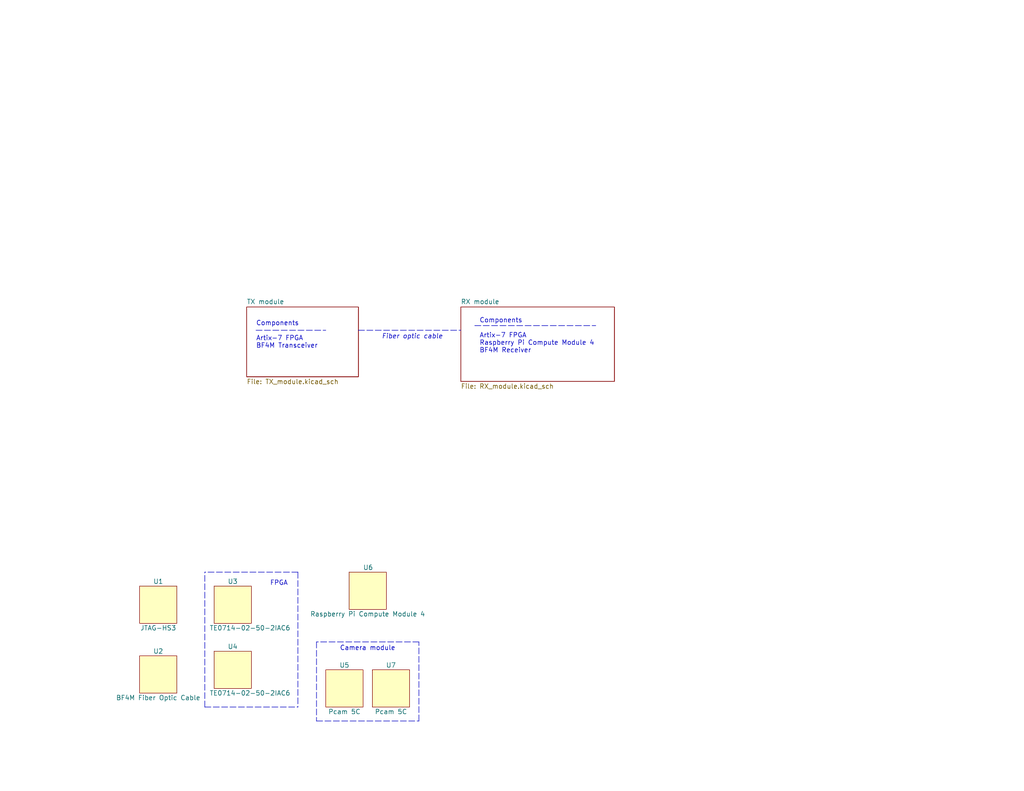
<source format=kicad_sch>
(kicad_sch (version 20211123) (generator eeschema)
  (paper "USLetter")
  (title_block (date "2021-05-13") (rev "1.0"))
  (lib_symbols
    (symbol "ProjectLib:module" (pin_names (offset 1.016))
      (property "Reference" "U" (at -3.81 6.35 0))
      (property "Value" "module" (at 0 -6.35 0))
      (symbol "module_0_1"
        (rectangle (start -5.08 5.08) (end 5.08 -5.08) (fill (type background)))
      )
    )
  )
  (polyline (pts (xy 86.36 196.85) (xy 114.3 196.85)))
  (polyline (pts (xy 129.54 88.9) (xy 162.56 88.9)))
  (polyline (pts (xy 81.28 156.21) (xy 55.88 156.21)))
  (polyline (pts (xy 69.85 90.17) (xy 88.9 90.17)))
  (polyline (pts (xy 81.28 156.21) (xy 81.28 193.04)))
  (polyline (pts (xy 55.88 193.04) (xy 81.28 193.04)))
  (polyline (pts (xy 86.36 175.26) (xy 86.36 196.85)))
  (polyline (pts (xy 114.3 175.26) (xy 86.36 175.26)))
  (polyline (pts (xy 114.3 196.85) (xy 114.3 175.26)))
  (polyline (pts (xy 55.88 193.04) (xy 55.88 156.21)))
  (polyline (pts (xy 97.79 90.17) (xy 125.73 90.17)))
  (text "Fiber optic cable" (at 104.14 92.71 0) (effects (font (size 1.27 1.27) italic) (justify left bottom)))
  (text "Camera module" (at 92.71 177.8 0) (effects (font (size 1.27 1.27)) (justify left bottom)))
  (text "FPGA" (at 73.66 160.02 0) (effects (font (size 1.27 1.27)) (justify left bottom)))
  (text "Components\n\nArtix-7 FPGA\nRaspberry Pi Compute Module 4\nBF4M Receiver" (at 130.81 96.52 0) (effects (font (size 1.27 1.27)) (justify left bottom)))
  (text "Components\n\nArtix-7 FPGA\nBF4M Transceiver" (at 69.85 95.25 0) (effects (font (size 1.27 1.27)) (justify left bottom)))
  (symbol (lib_id "ProjectLib:module") (at 43.18 165.1 0) (unit 1)
    (property "Reference" "U1" (at 43.18 158.75 0))
    (property "Value" "JTAG-HS3" (at 43.18 171.45 0))
    (property "Footprint" "ProjectLib:NoFootprint" (effects hide))
    (property "Vendor" "Digikey" (effects hide))
    (property "Vendor Part Number" "1286-1047-ND" (effects hide))
    (property "URL" "https://www.digikey.com/en/products/detail/digilent-inc/410-299/5015666" (effects hide))
    (property "Price" "$59.0" (effects hide))
  )
  (symbol (lib_id "ProjectLib:module") (at 100.33 161.29 0) (unit 1)
    (property "Reference" "U6" (at 99.06 154.94 0) (effects (justify left)))
    (property "Value" "Raspberry Pi Compute Module 4" (at 100.33 167.64 0))
    (property "Footprint" "ProjectLib:NoFootprint" (effects hide))
    (property "Datasheet" "https://datasheets.raspberrypi.org/cm4/cm4-datasheet.pdf" (effects hide))
    (property "Description" "8GB RAM 16GB EMMC" (effects hide))
    (property "Vendor" "Digikey" (effects hide))
    (property "Vendor Part Number" "2648-SC0297-ND" (effects hide))
    (property "URL" "https://www.digikey.com/en/products/detail/raspberry-pi/SC0297/13530943" (effects hide))
    (property "Price" "$80" (effects hide))
  )
  (symbol (lib_id "ProjectLib:module") (at 93.98 187.96 0) (unit 1)
    (property "Reference" "U5" (at 93.98 181.61 0))
    (property "Value" "Pcam 5C" (at 93.98 194.31 0))
    (property "Footprint" "ProjectLib:NoFootprint" (effects hide))
    (property "Vendor" "Digikey" (effects hide))
    (property "Vendor Part Number" "1286-1191-ND" (effects hide))
    (property "URL" "https://www.digikey.com/en/products/detail/digilent-inc./410-358/8111762" (effects hide))
    (property "Price" "$44.99" (effects hide))
  )
  (symbol (lib_id "ProjectLib:module") (at 63.5 182.88 0) (unit 1)
    (property "Reference" "U4" (at 63.5 176.53 0))
    (property "Value" "TE0714-02-50-2IAC6 " (at 57.15 189.23 0) (effects (justify left)))
    (property "Footprint" "ProjectLib:NoFootprint" (effects hide))
    (property "Description" "Artix-7 FPGA module" (effects hide))
    (property "Vendor" "Trenz electronic" (effects hide))
    (property "Price" "$100" (effects hide))
    (property "URL" "https://shop.trenz-electronic.de/en/TE0714-02-50-2IAC6-FPGA-Module-with-Xilinx-Artix-7-XC7A50T-2CSG325I-1.8V-Configuration-4-x-3-cm" (effects hide))
    (property "Vendor Part Number" " TE0714-02-50-2IAC6" (effects hide))
  )
  (symbol (lib_id "ProjectLib:module") (at 63.5 165.1 0) (unit 1)
    (property "Reference" "U3" (at 63.5 158.75 0))
    (property "Value" "TE0714-02-50-2IAC6 " (at 57.15 171.45 0) (effects (justify left)))
    (property "Footprint" "ProjectLib:NoFootprint" (effects hide))
    (property "Description" "Artix-7 FPGA module" (effects hide))
    (property "Vendor" "Trenz electronic" (effects hide))
    (property "Price" "$100" (effects hide))
    (property "URL" "https://shop.trenz-electronic.de/en/TE0714-02-50-2IAC6-FPGA-Module-with-Xilinx-Artix-7-XC7A50T-2CSG325I-1.8V-Configuration-4-x-3-cm" (effects hide))
    (property "Vendor Part Number" " TE0714-02-50-2IAC6" (effects hide))
  )
  (symbol (lib_id "ProjectLib:module") (at 106.68 187.96 0) (unit 1)
    (property "Reference" "U7" (at 106.68 181.61 0))
    (property "Value" "Pcam 5C" (at 106.68 194.31 0))
    (property "Footprint" "ProjectLib:NoFootprint" (effects hide))
    (property "Vendor" "Digikey" (effects hide))
    (property "Vendor Part Number" "1286-1191-ND" (effects hide))
    (property "URL" "https://www.digikey.com/en/products/detail/digilent-inc./410-358/8111762" (effects hide))
    (property "Price" "$44.99" (effects hide))
  )
  (symbol (lib_id "ProjectLib:module") (at 43.18 184.15 0) (unit 1)
    (property "Reference" "U2" (at 43.18 177.8 0))
    (property "Value" "BF4M Fiber Optic Cable" (at 43.18 190.5 0))
    (property "Footprint" "ProjectLib:NoFootprint" (effects hide))
  )
  (sheet (at 125.73 83.82) (size 41.91 20.32)
    (property "Sheet name" "RX module" (at 125.73 83.1084 0) (effects (justify left bottom)))
    (property "Sheet file" "RX_module.kicad_sch" (at 125.73 104.7246 0) (effects (justify left top)))
  )
  (sheet (at 67.31 83.82) (size 30.48 19.05)
    (property "Sheet name" "TX module" (at 67.31 83.1084 0) (effects (justify left bottom)))
    (property "Sheet file" "TX_module.kicad_sch" (at 67.31 103.4546 0) (effects (justify left top)))
  )
)
</source>
